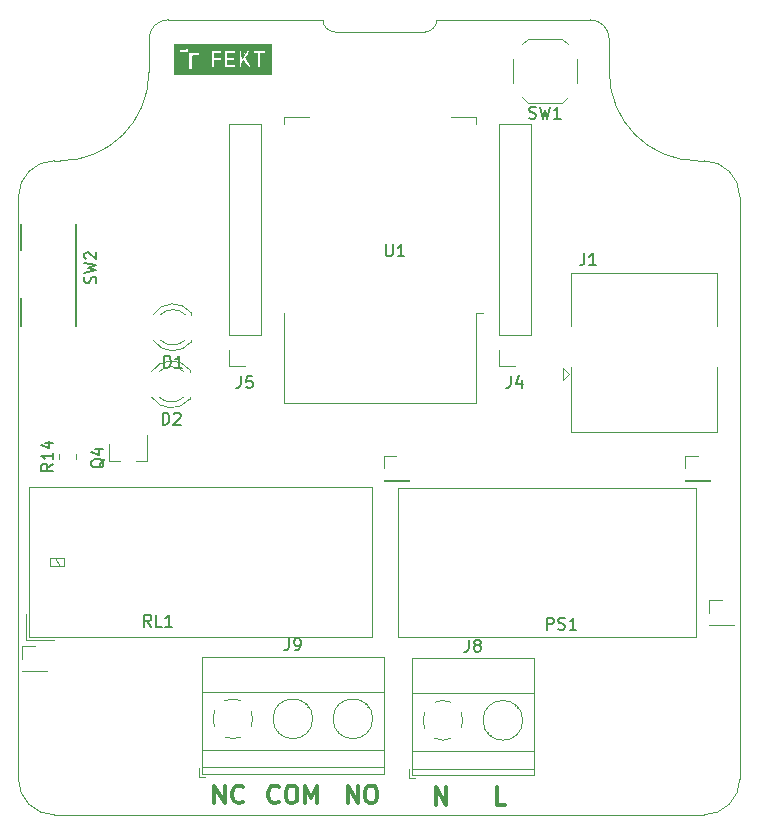
<source format=gbr>
%TF.GenerationSoftware,KiCad,Pcbnew,(5.1.7)-1*%
%TF.CreationDate,2020-11-03T18:18:40+01:00*%
%TF.ProjectId,Temperature-controller-with-ESP8266,54656d70-6572-4617-9475-72652d636f6e,rev?*%
%TF.SameCoordinates,Original*%
%TF.FileFunction,Legend,Top*%
%TF.FilePolarity,Positive*%
%FSLAX46Y46*%
G04 Gerber Fmt 4.6, Leading zero omitted, Abs format (unit mm)*
G04 Created by KiCad (PCBNEW (5.1.7)-1) date 2020-11-03 18:18:40*
%MOMM*%
%LPD*%
G01*
G04 APERTURE LIST*
%ADD10C,0.300000*%
%TA.AperFunction,Profile*%
%ADD11C,0.050000*%
%TD*%
%ADD12C,0.010000*%
%ADD13C,0.120000*%
%ADD14C,0.150000*%
G04 APERTURE END LIST*
D10*
X100294428Y-120058571D02*
X100294428Y-118558571D01*
X101151571Y-120058571D01*
X101151571Y-118558571D01*
X102723000Y-119915714D02*
X102651571Y-119987142D01*
X102437285Y-120058571D01*
X102294428Y-120058571D01*
X102080142Y-119987142D01*
X101937285Y-119844285D01*
X101865857Y-119701428D01*
X101794428Y-119415714D01*
X101794428Y-119201428D01*
X101865857Y-118915714D01*
X101937285Y-118772857D01*
X102080142Y-118630000D01*
X102294428Y-118558571D01*
X102437285Y-118558571D01*
X102651571Y-118630000D01*
X102723000Y-118701428D01*
X111561714Y-120058571D02*
X111561714Y-118558571D01*
X112418857Y-120058571D01*
X112418857Y-118558571D01*
X113418857Y-118558571D02*
X113704571Y-118558571D01*
X113847428Y-118630000D01*
X113990285Y-118772857D01*
X114061714Y-119058571D01*
X114061714Y-119558571D01*
X113990285Y-119844285D01*
X113847428Y-119987142D01*
X113704571Y-120058571D01*
X113418857Y-120058571D01*
X113276000Y-119987142D01*
X113133142Y-119844285D01*
X113061714Y-119558571D01*
X113061714Y-119058571D01*
X113133142Y-118772857D01*
X113276000Y-118630000D01*
X113418857Y-118558571D01*
X105755428Y-119915714D02*
X105684000Y-119987142D01*
X105469714Y-120058571D01*
X105326857Y-120058571D01*
X105112571Y-119987142D01*
X104969714Y-119844285D01*
X104898285Y-119701428D01*
X104826857Y-119415714D01*
X104826857Y-119201428D01*
X104898285Y-118915714D01*
X104969714Y-118772857D01*
X105112571Y-118630000D01*
X105326857Y-118558571D01*
X105469714Y-118558571D01*
X105684000Y-118630000D01*
X105755428Y-118701428D01*
X106684000Y-118558571D02*
X106969714Y-118558571D01*
X107112571Y-118630000D01*
X107255428Y-118772857D01*
X107326857Y-119058571D01*
X107326857Y-119558571D01*
X107255428Y-119844285D01*
X107112571Y-119987142D01*
X106969714Y-120058571D01*
X106684000Y-120058571D01*
X106541142Y-119987142D01*
X106398285Y-119844285D01*
X106326857Y-119558571D01*
X106326857Y-119058571D01*
X106398285Y-118772857D01*
X106541142Y-118630000D01*
X106684000Y-118558571D01*
X107969714Y-120058571D02*
X107969714Y-118558571D01*
X108469714Y-119630000D01*
X108969714Y-118558571D01*
X108969714Y-120058571D01*
X124924285Y-120185571D02*
X124210000Y-120185571D01*
X124210000Y-118685571D01*
X119078428Y-120185571D02*
X119078428Y-118685571D01*
X119935571Y-120185571D01*
X119935571Y-118685571D01*
D11*
X119126000Y-53721000D02*
X132080000Y-53721000D01*
X119126000Y-53721000D02*
G75*
G02*
X118110000Y-54737000I-1016000J0D01*
G01*
X109474000Y-53721000D02*
G75*
G03*
X110490000Y-54737000I1016000J0D01*
G01*
X118110000Y-54737000D02*
X110490000Y-54737000D01*
X86741000Y-121031000D02*
G75*
G02*
X83693000Y-117983000I0J3048000D01*
G01*
X144780000Y-117983000D02*
G75*
G02*
X141732000Y-121031000I-3048000J0D01*
G01*
X83693000Y-68707000D02*
G75*
G02*
X86741000Y-65659000I3048000J0D01*
G01*
X94742000Y-58166000D02*
G75*
G02*
X87249000Y-65659000I-7493000J0D01*
G01*
X83693000Y-68707000D02*
X83693000Y-69215000D01*
X86741000Y-65659000D02*
X87249000Y-65659000D01*
X94742000Y-55372000D02*
G75*
G02*
X96393000Y-53721000I1651000J0D01*
G01*
X132080000Y-53721000D02*
G75*
G02*
X133731000Y-55372000I0J-1651000D01*
G01*
X144780000Y-117983000D02*
X144780000Y-68707000D01*
X141732000Y-65659000D02*
G75*
G02*
X144780000Y-68707000I0J-3048000D01*
G01*
X141224000Y-65659000D02*
G75*
G02*
X133731000Y-58166000I0J7493000D01*
G01*
X141732000Y-65659000D02*
X141224000Y-65659000D01*
X133731000Y-55372000D02*
X133731000Y-58166000D01*
X94742000Y-55372000D02*
X94742000Y-58166000D01*
X96393000Y-53721000D02*
X109474000Y-53721000D01*
X86741000Y-121031000D02*
X141732000Y-121031000D01*
X83693000Y-117983000D02*
X83693000Y-69215000D01*
D12*
%TO.C,G\u002A\u002A\u002A*%
G36*
X99384556Y-58293000D02*
G01*
X96872778Y-58293000D01*
X96872778Y-57900838D01*
X98058111Y-57900838D01*
X98206278Y-57892308D01*
X98354444Y-57883777D01*
X98361561Y-57347555D01*
X98364437Y-57142690D01*
X98369622Y-56987387D01*
X98381186Y-56874791D01*
X98403200Y-56798046D01*
X98439732Y-56750298D01*
X98494853Y-56724691D01*
X98572633Y-56714370D01*
X98677142Y-56712480D01*
X98738571Y-56712555D01*
X98989444Y-56712555D01*
X98989444Y-56458555D01*
X98058111Y-56458555D01*
X98058111Y-57900838D01*
X96872778Y-57900838D01*
X96872778Y-56458555D01*
X97264939Y-56458555D01*
X98058111Y-56458555D01*
X98058111Y-56146518D01*
X97670056Y-56154370D01*
X97282000Y-56162222D01*
X97273470Y-56310388D01*
X97264939Y-56458555D01*
X96872778Y-56458555D01*
X96872778Y-55781222D01*
X99384556Y-55781222D01*
X99384556Y-58293000D01*
G37*
X99384556Y-58293000D02*
X96872778Y-58293000D01*
X96872778Y-57900838D01*
X98058111Y-57900838D01*
X98206278Y-57892308D01*
X98354444Y-57883777D01*
X98361561Y-57347555D01*
X98364437Y-57142690D01*
X98369622Y-56987387D01*
X98381186Y-56874791D01*
X98403200Y-56798046D01*
X98439732Y-56750298D01*
X98494853Y-56724691D01*
X98572633Y-56714370D01*
X98677142Y-56712480D01*
X98738571Y-56712555D01*
X98989444Y-56712555D01*
X98989444Y-56458555D01*
X98058111Y-56458555D01*
X98058111Y-57900838D01*
X96872778Y-57900838D01*
X96872778Y-56458555D01*
X97264939Y-56458555D01*
X98058111Y-56458555D01*
X98058111Y-56146518D01*
X97670056Y-56154370D01*
X97282000Y-56162222D01*
X97273470Y-56310388D01*
X97264939Y-56458555D01*
X96872778Y-56458555D01*
X96872778Y-55781222D01*
X99384556Y-55781222D01*
X99384556Y-58293000D01*
G36*
X105057222Y-58293000D02*
G01*
X99497444Y-58293000D01*
X99497444Y-56317444D01*
X100033667Y-56317444D01*
X100033667Y-57700333D01*
X100287667Y-57700333D01*
X100287667Y-57107666D01*
X100823889Y-57107666D01*
X100823889Y-56910111D01*
X100287667Y-56910111D01*
X100287667Y-56515000D01*
X100852111Y-56515000D01*
X100852111Y-56317444D01*
X101134333Y-56317444D01*
X101134333Y-57700333D01*
X102009222Y-57700333D01*
X102009222Y-57502777D01*
X101388333Y-57502777D01*
X101388333Y-57107666D01*
X101952778Y-57107666D01*
X101952778Y-56910111D01*
X101388333Y-56910111D01*
X101388333Y-56515000D01*
X102009222Y-56515000D01*
X102009222Y-56317444D01*
X102347889Y-56317444D01*
X102347889Y-57700333D01*
X102573667Y-57700333D01*
X102574426Y-57495722D01*
X102577357Y-57383376D01*
X102588461Y-57308409D01*
X102612735Y-57251844D01*
X102652995Y-57197324D01*
X102730804Y-57103537D01*
X102913291Y-57391413D01*
X102986648Y-57504118D01*
X103051540Y-57598274D01*
X103100937Y-57664041D01*
X103127806Y-57691583D01*
X103127827Y-57691591D01*
X103174641Y-57697372D01*
X103251730Y-57696610D01*
X103276336Y-57695058D01*
X103392796Y-57686222D01*
X103139860Y-57293492D01*
X102886925Y-56900762D01*
X102940472Y-56827825D01*
X102981307Y-56773814D01*
X103046267Y-56689654D01*
X103124433Y-56589445D01*
X103166287Y-56536166D01*
X103338556Y-56317444D01*
X103533222Y-56317444D01*
X103533222Y-56515000D01*
X103928333Y-56515000D01*
X103928333Y-57700333D01*
X104182333Y-57700333D01*
X104182333Y-56515000D01*
X104577444Y-56515000D01*
X104577444Y-56317444D01*
X103533222Y-56317444D01*
X103338556Y-56317444D01*
X103067556Y-56319170D01*
X102827667Y-56632348D01*
X102587778Y-56945525D01*
X102579798Y-56631484D01*
X102571818Y-56317444D01*
X102347889Y-56317444D01*
X102009222Y-56317444D01*
X101134333Y-56317444D01*
X100852111Y-56317444D01*
X100033667Y-56317444D01*
X99497444Y-56317444D01*
X99497444Y-55781222D01*
X105057222Y-55781222D01*
X105057222Y-58293000D01*
G37*
X105057222Y-58293000D02*
X99497444Y-58293000D01*
X99497444Y-56317444D01*
X100033667Y-56317444D01*
X100033667Y-57700333D01*
X100287667Y-57700333D01*
X100287667Y-57107666D01*
X100823889Y-57107666D01*
X100823889Y-56910111D01*
X100287667Y-56910111D01*
X100287667Y-56515000D01*
X100852111Y-56515000D01*
X100852111Y-56317444D01*
X101134333Y-56317444D01*
X101134333Y-57700333D01*
X102009222Y-57700333D01*
X102009222Y-57502777D01*
X101388333Y-57502777D01*
X101388333Y-57107666D01*
X101952778Y-57107666D01*
X101952778Y-56910111D01*
X101388333Y-56910111D01*
X101388333Y-56515000D01*
X102009222Y-56515000D01*
X102009222Y-56317444D01*
X102347889Y-56317444D01*
X102347889Y-57700333D01*
X102573667Y-57700333D01*
X102574426Y-57495722D01*
X102577357Y-57383376D01*
X102588461Y-57308409D01*
X102612735Y-57251844D01*
X102652995Y-57197324D01*
X102730804Y-57103537D01*
X102913291Y-57391413D01*
X102986648Y-57504118D01*
X103051540Y-57598274D01*
X103100937Y-57664041D01*
X103127806Y-57691583D01*
X103127827Y-57691591D01*
X103174641Y-57697372D01*
X103251730Y-57696610D01*
X103276336Y-57695058D01*
X103392796Y-57686222D01*
X103139860Y-57293492D01*
X102886925Y-56900762D01*
X102940472Y-56827825D01*
X102981307Y-56773814D01*
X103046267Y-56689654D01*
X103124433Y-56589445D01*
X103166287Y-56536166D01*
X103338556Y-56317444D01*
X103533222Y-56317444D01*
X103533222Y-56515000D01*
X103928333Y-56515000D01*
X103928333Y-57700333D01*
X104182333Y-57700333D01*
X104182333Y-56515000D01*
X104577444Y-56515000D01*
X104577444Y-56317444D01*
X103533222Y-56317444D01*
X103338556Y-56317444D01*
X103067556Y-56319170D01*
X102827667Y-56632348D01*
X102587778Y-56945525D01*
X102579798Y-56631484D01*
X102571818Y-56317444D01*
X102347889Y-56317444D01*
X102009222Y-56317444D01*
X101134333Y-56317444D01*
X100852111Y-56317444D01*
X100033667Y-56317444D01*
X99497444Y-56317444D01*
X99497444Y-55781222D01*
X105057222Y-55781222D01*
X105057222Y-58293000D01*
D13*
%TO.C,H8*%
X84030000Y-108883000D02*
X86150000Y-108883000D01*
X84030000Y-108823000D02*
X84030000Y-108883000D01*
X86150000Y-108823000D02*
X86150000Y-108883000D01*
X84030000Y-108823000D02*
X86150000Y-108823000D01*
X84030000Y-107823000D02*
X84030000Y-106763000D01*
X84030000Y-106763000D02*
X85090000Y-106763000D01*
%TO.C,H7*%
X114637000Y-92754000D02*
X116757000Y-92754000D01*
X114637000Y-92694000D02*
X114637000Y-92754000D01*
X116757000Y-92694000D02*
X116757000Y-92754000D01*
X114637000Y-92694000D02*
X116757000Y-92694000D01*
X114637000Y-91694000D02*
X114637000Y-90634000D01*
X114637000Y-90634000D02*
X115697000Y-90634000D01*
%TO.C,H6*%
X142196000Y-104989001D02*
X144316000Y-104989001D01*
X142196000Y-104929001D02*
X142196000Y-104989001D01*
X144316000Y-104929001D02*
X144316000Y-104989001D01*
X142196000Y-104929001D02*
X144316000Y-104929001D01*
X142196000Y-103929001D02*
X142196000Y-102869001D01*
X142196000Y-102869001D02*
X143256000Y-102869001D01*
%TO.C,H5*%
X140164000Y-92754000D02*
X142284000Y-92754000D01*
X140164000Y-92694000D02*
X140164000Y-92754000D01*
X142284000Y-92694000D02*
X142284000Y-92754000D01*
X140164000Y-92694000D02*
X142284000Y-92694000D01*
X140164000Y-91694000D02*
X140164000Y-90634000D01*
X140164000Y-90634000D02*
X141224000Y-90634000D01*
%TO.C,D1*%
X98334000Y-80992000D02*
X98334000Y-80836000D01*
X98334000Y-78676000D02*
X98334000Y-78520000D01*
X95732870Y-78676163D02*
G75*
G02*
X97814961Y-78676000I1041130J-1079837D01*
G01*
X95732870Y-80835837D02*
G75*
G03*
X97814961Y-80836000I1041130J1079837D01*
G01*
X95101665Y-78677392D02*
G75*
G02*
X98334000Y-78520484I1672335J-1078608D01*
G01*
X95101665Y-80834608D02*
G75*
G03*
X98334000Y-80991516I1672335J1078608D01*
G01*
%TO.C,D2*%
X98207000Y-85818000D02*
X98207000Y-85662000D01*
X98207000Y-83502000D02*
X98207000Y-83346000D01*
X95605870Y-83502163D02*
G75*
G02*
X97687961Y-83502000I1041130J-1079837D01*
G01*
X95605870Y-85661837D02*
G75*
G03*
X97687961Y-85662000I1041130J1079837D01*
G01*
X94974665Y-83503392D02*
G75*
G02*
X98207000Y-83346484I1672335J-1078608D01*
G01*
X94974665Y-85660608D02*
G75*
G03*
X98207000Y-85817516I1672335J1078608D01*
G01*
%TO.C,J5*%
X104200000Y-80391000D02*
X101540000Y-80391000D01*
X104200000Y-80391000D02*
X104200000Y-62551000D01*
X104200000Y-62551000D02*
X101540000Y-62551000D01*
X101540000Y-80391000D02*
X101540000Y-62551000D01*
X101540000Y-82991000D02*
X101540000Y-81661000D01*
X102870000Y-82991000D02*
X101540000Y-82991000D01*
%TO.C,J4*%
X127060000Y-80391000D02*
X124400000Y-80391000D01*
X127060000Y-80391000D02*
X127060000Y-62551000D01*
X127060000Y-62551000D02*
X124400000Y-62551000D01*
X124400000Y-80391000D02*
X124400000Y-62551000D01*
X124400000Y-82991000D02*
X124400000Y-81661000D01*
X125730000Y-82991000D02*
X124400000Y-82991000D01*
%TO.C,J1*%
X129848000Y-84193000D02*
X129848000Y-83193000D01*
X130348000Y-83693000D02*
X129848000Y-84193000D01*
X129848000Y-83193000D02*
X130348000Y-83693000D01*
X142858000Y-83123000D02*
X142858000Y-88593000D01*
X142858000Y-75193000D02*
X142858000Y-79663000D01*
X130458000Y-75193000D02*
X142858000Y-75193000D01*
X130458000Y-75193000D02*
X130458000Y-79663000D01*
X130458000Y-88593000D02*
X130458000Y-83123000D01*
X142858000Y-88593000D02*
X130458000Y-88593000D01*
%TO.C,J9*%
X108614000Y-112903000D02*
G75*
G03*
X108614000Y-112903000I-1680000J0D01*
G01*
X113694000Y-112903000D02*
G75*
G03*
X113694000Y-112903000I-1680000J0D01*
G01*
X99254000Y-117003000D02*
X114614000Y-117003000D01*
X99254000Y-115503000D02*
X114614000Y-115503000D01*
X99254000Y-110602000D02*
X114614000Y-110602000D01*
X99254000Y-107642000D02*
X114614000Y-107642000D01*
X99254000Y-117563000D02*
X114614000Y-117563000D01*
X99254000Y-107642000D02*
X99254000Y-117563000D01*
X114614000Y-107642000D02*
X114614000Y-117563000D01*
X108209000Y-111834000D02*
X108162000Y-111880000D01*
X105900000Y-114142000D02*
X105865000Y-114177000D01*
X108004000Y-111628000D02*
X107969000Y-111664000D01*
X105707000Y-113926000D02*
X105660000Y-113972000D01*
X113289000Y-111834000D02*
X113242000Y-111880000D01*
X110980000Y-114142000D02*
X110945000Y-114177000D01*
X113084000Y-111628000D02*
X113049000Y-111664000D01*
X110787000Y-113926000D02*
X110740000Y-113972000D01*
X99014000Y-117063000D02*
X99014000Y-117803000D01*
X99014000Y-117803000D02*
X99514000Y-117803000D01*
X101882805Y-114583253D02*
G75*
G02*
X101170000Y-114438000I-28805J1680253D01*
G01*
X100318574Y-113586042D02*
G75*
G02*
X100319000Y-112219000I1535426J683042D01*
G01*
X101170958Y-111367574D02*
G75*
G02*
X102538000Y-111368000I683042J-1535426D01*
G01*
X103389426Y-112219958D02*
G75*
G02*
X103389000Y-113587000I-1535426J-683042D01*
G01*
X102537318Y-114437756D02*
G75*
G02*
X101854000Y-114583000I-683318J1534756D01*
G01*
%TO.C,J8*%
X126394000Y-113030000D02*
G75*
G03*
X126394000Y-113030000I-1680000J0D01*
G01*
X117034000Y-117130000D02*
X127314000Y-117130000D01*
X117034000Y-115630000D02*
X127314000Y-115630000D01*
X117034000Y-110729000D02*
X127314000Y-110729000D01*
X117034000Y-107769000D02*
X127314000Y-107769000D01*
X117034000Y-117690000D02*
X127314000Y-117690000D01*
X117034000Y-107769000D02*
X117034000Y-117690000D01*
X127314000Y-107769000D02*
X127314000Y-117690000D01*
X125989000Y-111961000D02*
X125942000Y-112007000D01*
X123680000Y-114269000D02*
X123645000Y-114304000D01*
X125784000Y-111755000D02*
X125749000Y-111791000D01*
X123487000Y-114053000D02*
X123440000Y-114099000D01*
X116794000Y-117190000D02*
X116794000Y-117930000D01*
X116794000Y-117930000D02*
X117294000Y-117930000D01*
X119662805Y-114710253D02*
G75*
G02*
X118950000Y-114565000I-28805J1680253D01*
G01*
X118098574Y-113713042D02*
G75*
G02*
X118099000Y-112346000I1535426J683042D01*
G01*
X118950958Y-111494574D02*
G75*
G02*
X120318000Y-111495000I683042J-1535426D01*
G01*
X121169426Y-112346958D02*
G75*
G02*
X121169000Y-113714000I-1535426J-683042D01*
G01*
X120317318Y-114564756D02*
G75*
G02*
X119634000Y-114710000I-683318J1534756D01*
G01*
D14*
%TO.C,SW2*%
X88533000Y-71011000D02*
X88533000Y-79611000D01*
X83933000Y-71011000D02*
X83933000Y-73211000D01*
X83933000Y-77311000D02*
X83933000Y-79611000D01*
D13*
%TO.C,SW1*%
X130990000Y-56999000D02*
X130990000Y-59079000D01*
X126820000Y-60759000D02*
X126330000Y-60269000D01*
X125550000Y-56999000D02*
X125550000Y-59079000D01*
X129720000Y-60759000D02*
X130210000Y-60269000D01*
X129720000Y-60759000D02*
X126820000Y-60759000D01*
X129720000Y-55319000D02*
X130210000Y-55809000D01*
X129720000Y-55319000D02*
X126820000Y-55319000D01*
X126820000Y-55319000D02*
X126330000Y-55809000D01*
%TO.C,RL1*%
X113595000Y-93278000D02*
X84595000Y-93278000D01*
X84595000Y-93278000D02*
X84595000Y-105978000D01*
X84595000Y-105978000D02*
X113595000Y-105978000D01*
X113595000Y-105978000D02*
X113595000Y-93278000D01*
X87195000Y-99978000D02*
X86795000Y-99278000D01*
X87595000Y-99278000D02*
X86395000Y-99278000D01*
X86395000Y-99278000D02*
X86395000Y-99978000D01*
X86395000Y-99978000D02*
X87595000Y-99978000D01*
X87595000Y-99978000D02*
X87595000Y-99278000D01*
X86695000Y-106218000D02*
X84355000Y-106218000D01*
X84355000Y-106218000D02*
X84355000Y-104028000D01*
%TO.C,PS1*%
X141054800Y-93370400D02*
X141054800Y-106000800D01*
X115824000Y-93370400D02*
X141054800Y-93370400D01*
X115815400Y-106000800D02*
X115824000Y-93370400D01*
X141054800Y-106000800D02*
X115815400Y-106000800D01*
%TO.C,Q4*%
X91384000Y-91057000D02*
X92314000Y-91057000D01*
X94544000Y-91057000D02*
X93614000Y-91057000D01*
X94544000Y-91057000D02*
X94544000Y-88897000D01*
X91384000Y-91057000D02*
X91384000Y-89597000D01*
%TO.C,R14*%
X87098200Y-90905064D02*
X87098200Y-90450936D01*
X88568200Y-90905064D02*
X88568200Y-90450936D01*
%TO.C,U1*%
X122420000Y-86161000D02*
X106180000Y-86161000D01*
X106180000Y-86161000D02*
X106180000Y-78541000D01*
X106180000Y-62541000D02*
X106180000Y-61921000D01*
X106180000Y-61921000D02*
X108300000Y-61921000D01*
X120300000Y-61921000D02*
X122420000Y-61921000D01*
X122420000Y-61921000D02*
X122420000Y-62541000D01*
X122420000Y-78541000D02*
X122420000Y-86161000D01*
X122420000Y-78541000D02*
X123030000Y-78541000D01*
%TD*%
%TO.C,D1*%
D14*
X96035904Y-83168380D02*
X96035904Y-82168380D01*
X96274000Y-82168380D01*
X96416857Y-82216000D01*
X96512095Y-82311238D01*
X96559714Y-82406476D01*
X96607333Y-82596952D01*
X96607333Y-82739809D01*
X96559714Y-82930285D01*
X96512095Y-83025523D01*
X96416857Y-83120761D01*
X96274000Y-83168380D01*
X96035904Y-83168380D01*
X97559714Y-83168380D02*
X96988285Y-83168380D01*
X97274000Y-83168380D02*
X97274000Y-82168380D01*
X97178761Y-82311238D01*
X97083523Y-82406476D01*
X96988285Y-82454095D01*
%TO.C,D2*%
X95908904Y-87994380D02*
X95908904Y-86994380D01*
X96147000Y-86994380D01*
X96289857Y-87042000D01*
X96385095Y-87137238D01*
X96432714Y-87232476D01*
X96480333Y-87422952D01*
X96480333Y-87565809D01*
X96432714Y-87756285D01*
X96385095Y-87851523D01*
X96289857Y-87946761D01*
X96147000Y-87994380D01*
X95908904Y-87994380D01*
X96861285Y-87089619D02*
X96908904Y-87042000D01*
X97004142Y-86994380D01*
X97242238Y-86994380D01*
X97337476Y-87042000D01*
X97385095Y-87089619D01*
X97432714Y-87184857D01*
X97432714Y-87280095D01*
X97385095Y-87422952D01*
X96813666Y-87994380D01*
X97432714Y-87994380D01*
%TO.C,J5*%
X102536666Y-83883380D02*
X102536666Y-84597666D01*
X102489047Y-84740523D01*
X102393809Y-84835761D01*
X102250952Y-84883380D01*
X102155714Y-84883380D01*
X103489047Y-83883380D02*
X103012857Y-83883380D01*
X102965238Y-84359571D01*
X103012857Y-84311952D01*
X103108095Y-84264333D01*
X103346190Y-84264333D01*
X103441428Y-84311952D01*
X103489047Y-84359571D01*
X103536666Y-84454809D01*
X103536666Y-84692904D01*
X103489047Y-84788142D01*
X103441428Y-84835761D01*
X103346190Y-84883380D01*
X103108095Y-84883380D01*
X103012857Y-84835761D01*
X102965238Y-84788142D01*
%TO.C,J4*%
X125396666Y-83883380D02*
X125396666Y-84597666D01*
X125349047Y-84740523D01*
X125253809Y-84835761D01*
X125110952Y-84883380D01*
X125015714Y-84883380D01*
X126301428Y-84216714D02*
X126301428Y-84883380D01*
X126063333Y-83835761D02*
X125825238Y-84550047D01*
X126444285Y-84550047D01*
%TO.C,J1*%
X131594666Y-73505380D02*
X131594666Y-74219666D01*
X131547047Y-74362523D01*
X131451809Y-74457761D01*
X131308952Y-74505380D01*
X131213714Y-74505380D01*
X132594666Y-74505380D02*
X132023238Y-74505380D01*
X132308952Y-74505380D02*
X132308952Y-73505380D01*
X132213714Y-73648238D01*
X132118476Y-73743476D01*
X132023238Y-73791095D01*
%TO.C,J9*%
X106600666Y-106095380D02*
X106600666Y-106809666D01*
X106553047Y-106952523D01*
X106457809Y-107047761D01*
X106314952Y-107095380D01*
X106219714Y-107095380D01*
X107124476Y-107095380D02*
X107314952Y-107095380D01*
X107410190Y-107047761D01*
X107457809Y-107000142D01*
X107553047Y-106857285D01*
X107600666Y-106666809D01*
X107600666Y-106285857D01*
X107553047Y-106190619D01*
X107505428Y-106143000D01*
X107410190Y-106095380D01*
X107219714Y-106095380D01*
X107124476Y-106143000D01*
X107076857Y-106190619D01*
X107029238Y-106285857D01*
X107029238Y-106523952D01*
X107076857Y-106619190D01*
X107124476Y-106666809D01*
X107219714Y-106714428D01*
X107410190Y-106714428D01*
X107505428Y-106666809D01*
X107553047Y-106619190D01*
X107600666Y-106523952D01*
%TO.C,J8*%
X121840666Y-106222380D02*
X121840666Y-106936666D01*
X121793047Y-107079523D01*
X121697809Y-107174761D01*
X121554952Y-107222380D01*
X121459714Y-107222380D01*
X122459714Y-106650952D02*
X122364476Y-106603333D01*
X122316857Y-106555714D01*
X122269238Y-106460476D01*
X122269238Y-106412857D01*
X122316857Y-106317619D01*
X122364476Y-106270000D01*
X122459714Y-106222380D01*
X122650190Y-106222380D01*
X122745428Y-106270000D01*
X122793047Y-106317619D01*
X122840666Y-106412857D01*
X122840666Y-106460476D01*
X122793047Y-106555714D01*
X122745428Y-106603333D01*
X122650190Y-106650952D01*
X122459714Y-106650952D01*
X122364476Y-106698571D01*
X122316857Y-106746190D01*
X122269238Y-106841428D01*
X122269238Y-107031904D01*
X122316857Y-107127142D01*
X122364476Y-107174761D01*
X122459714Y-107222380D01*
X122650190Y-107222380D01*
X122745428Y-107174761D01*
X122793047Y-107127142D01*
X122840666Y-107031904D01*
X122840666Y-106841428D01*
X122793047Y-106746190D01*
X122745428Y-106698571D01*
X122650190Y-106650952D01*
%TO.C,SW2*%
X90237761Y-76044333D02*
X90285380Y-75901476D01*
X90285380Y-75663380D01*
X90237761Y-75568142D01*
X90190142Y-75520523D01*
X90094904Y-75472904D01*
X89999666Y-75472904D01*
X89904428Y-75520523D01*
X89856809Y-75568142D01*
X89809190Y-75663380D01*
X89761571Y-75853857D01*
X89713952Y-75949095D01*
X89666333Y-75996714D01*
X89571095Y-76044333D01*
X89475857Y-76044333D01*
X89380619Y-75996714D01*
X89333000Y-75949095D01*
X89285380Y-75853857D01*
X89285380Y-75615761D01*
X89333000Y-75472904D01*
X89285380Y-75139571D02*
X90285380Y-74901476D01*
X89571095Y-74711000D01*
X90285380Y-74520523D01*
X89285380Y-74282428D01*
X89380619Y-73949095D02*
X89333000Y-73901476D01*
X89285380Y-73806238D01*
X89285380Y-73568142D01*
X89333000Y-73472904D01*
X89380619Y-73425285D01*
X89475857Y-73377666D01*
X89571095Y-73377666D01*
X89713952Y-73425285D01*
X90285380Y-73996714D01*
X90285380Y-73377666D01*
%TO.C,SW1*%
X126936666Y-62043761D02*
X127079523Y-62091380D01*
X127317619Y-62091380D01*
X127412857Y-62043761D01*
X127460476Y-61996142D01*
X127508095Y-61900904D01*
X127508095Y-61805666D01*
X127460476Y-61710428D01*
X127412857Y-61662809D01*
X127317619Y-61615190D01*
X127127142Y-61567571D01*
X127031904Y-61519952D01*
X126984285Y-61472333D01*
X126936666Y-61377095D01*
X126936666Y-61281857D01*
X126984285Y-61186619D01*
X127031904Y-61139000D01*
X127127142Y-61091380D01*
X127365238Y-61091380D01*
X127508095Y-61139000D01*
X127841428Y-61091380D02*
X128079523Y-62091380D01*
X128270000Y-61377095D01*
X128460476Y-62091380D01*
X128698571Y-61091380D01*
X129603333Y-62091380D02*
X129031904Y-62091380D01*
X129317619Y-62091380D02*
X129317619Y-61091380D01*
X129222380Y-61234238D01*
X129127142Y-61329476D01*
X129031904Y-61377095D01*
%TO.C,RL1*%
X94932571Y-105100380D02*
X94599238Y-104624190D01*
X94361142Y-105100380D02*
X94361142Y-104100380D01*
X94742095Y-104100380D01*
X94837333Y-104148000D01*
X94884952Y-104195619D01*
X94932571Y-104290857D01*
X94932571Y-104433714D01*
X94884952Y-104528952D01*
X94837333Y-104576571D01*
X94742095Y-104624190D01*
X94361142Y-104624190D01*
X95837333Y-105100380D02*
X95361142Y-105100380D01*
X95361142Y-104100380D01*
X96694476Y-105100380D02*
X96123047Y-105100380D01*
X96408761Y-105100380D02*
X96408761Y-104100380D01*
X96313523Y-104243238D01*
X96218285Y-104338476D01*
X96123047Y-104386095D01*
%TO.C,PS1*%
X128452714Y-105354380D02*
X128452714Y-104354380D01*
X128833666Y-104354380D01*
X128928904Y-104402000D01*
X128976523Y-104449619D01*
X129024142Y-104544857D01*
X129024142Y-104687714D01*
X128976523Y-104782952D01*
X128928904Y-104830571D01*
X128833666Y-104878190D01*
X128452714Y-104878190D01*
X129405095Y-105306761D02*
X129547952Y-105354380D01*
X129786047Y-105354380D01*
X129881285Y-105306761D01*
X129928904Y-105259142D01*
X129976523Y-105163904D01*
X129976523Y-105068666D01*
X129928904Y-104973428D01*
X129881285Y-104925809D01*
X129786047Y-104878190D01*
X129595571Y-104830571D01*
X129500333Y-104782952D01*
X129452714Y-104735333D01*
X129405095Y-104640095D01*
X129405095Y-104544857D01*
X129452714Y-104449619D01*
X129500333Y-104402000D01*
X129595571Y-104354380D01*
X129833666Y-104354380D01*
X129976523Y-104402000D01*
X130928904Y-105354380D02*
X130357476Y-105354380D01*
X130643190Y-105354380D02*
X130643190Y-104354380D01*
X130547952Y-104497238D01*
X130452714Y-104592476D01*
X130357476Y-104640095D01*
%TO.C,Q4*%
X90971619Y-90900238D02*
X90924000Y-90995476D01*
X90828761Y-91090714D01*
X90685904Y-91233571D01*
X90638285Y-91328809D01*
X90638285Y-91424047D01*
X90876380Y-91376428D02*
X90828761Y-91471666D01*
X90733523Y-91566904D01*
X90543047Y-91614523D01*
X90209714Y-91614523D01*
X90019238Y-91566904D01*
X89924000Y-91471666D01*
X89876380Y-91376428D01*
X89876380Y-91185952D01*
X89924000Y-91090714D01*
X90019238Y-90995476D01*
X90209714Y-90947857D01*
X90543047Y-90947857D01*
X90733523Y-90995476D01*
X90828761Y-91090714D01*
X90876380Y-91185952D01*
X90876380Y-91376428D01*
X90209714Y-90090714D02*
X90876380Y-90090714D01*
X89828761Y-90328809D02*
X90543047Y-90566904D01*
X90543047Y-89947857D01*
%TO.C,R14*%
X86635580Y-91320857D02*
X86159390Y-91654190D01*
X86635580Y-91892285D02*
X85635580Y-91892285D01*
X85635580Y-91511333D01*
X85683200Y-91416095D01*
X85730819Y-91368476D01*
X85826057Y-91320857D01*
X85968914Y-91320857D01*
X86064152Y-91368476D01*
X86111771Y-91416095D01*
X86159390Y-91511333D01*
X86159390Y-91892285D01*
X86635580Y-90368476D02*
X86635580Y-90939904D01*
X86635580Y-90654190D02*
X85635580Y-90654190D01*
X85778438Y-90749428D01*
X85873676Y-90844666D01*
X85921295Y-90939904D01*
X85968914Y-89511333D02*
X86635580Y-89511333D01*
X85587961Y-89749428D02*
X86302247Y-89987523D01*
X86302247Y-89368476D01*
%TO.C,U1*%
X114808095Y-72731380D02*
X114808095Y-73540904D01*
X114855714Y-73636142D01*
X114903333Y-73683761D01*
X114998571Y-73731380D01*
X115189047Y-73731380D01*
X115284285Y-73683761D01*
X115331904Y-73636142D01*
X115379523Y-73540904D01*
X115379523Y-72731380D01*
X116379523Y-73731380D02*
X115808095Y-73731380D01*
X116093809Y-73731380D02*
X116093809Y-72731380D01*
X115998571Y-72874238D01*
X115903333Y-72969476D01*
X115808095Y-73017095D01*
%TD*%
M02*

</source>
